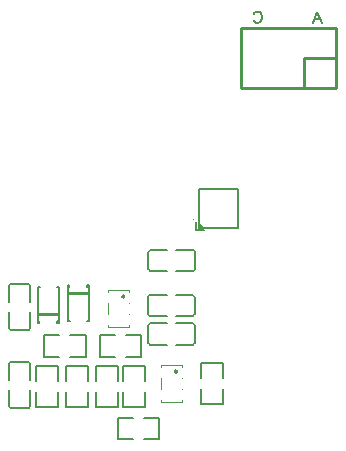
<source format=gbo>
G04 Layer: BottomSilkscreenLayer*
G04 EasyEDA v6.5.51, 2025-09-17 03:24:35*
G04 4f8a5b0b326d43f2b3a6dc604e954ae0,d57bd40a603b42be9e37e0d49851eb9c,10*
G04 Gerber Generator version 0.2*
G04 Scale: 100 percent, Rotated: No, Reflected: No *
G04 Dimensions in millimeters *
G04 leading zeros omitted , absolute positions ,4 integer and 5 decimal *
%FSLAX45Y45*%
%MOMM*%

%ADD10C,0.2032*%
%ADD11C,0.2540*%
%ADD12C,0.1524*%
%ADD13C,0.1520*%
%ADD14C,0.1000*%
%ADD15C,0.0119*%

%LPD*%
D10*
X3475118Y-2652318D02*
G01*
X3479662Y-2643228D01*
X3488753Y-2634137D01*
X3497846Y-2629590D01*
X3516028Y-2629590D01*
X3525118Y-2634137D01*
X3534209Y-2643228D01*
X3538753Y-2652318D01*
X3543300Y-2665953D01*
X3543300Y-2688681D01*
X3538753Y-2702318D01*
X3534209Y-2711409D01*
X3525118Y-2720500D01*
X3516028Y-2725046D01*
X3497846Y-2725046D01*
X3488753Y-2720500D01*
X3479662Y-2711409D01*
X3475118Y-2702318D01*
X4014937Y-2629590D02*
G01*
X4051300Y-2725046D01*
X4014937Y-2629590D02*
G01*
X3978572Y-2725046D01*
X4037662Y-2693228D02*
G01*
X3992209Y-2693228D01*
G36*
X3010357Y-4411624D02*
G01*
X3010357Y-4457242D01*
X3055975Y-4457242D01*
G37*
G36*
X2815640Y-5658662D02*
G01*
X2811830Y-5659272D01*
X2808224Y-5660694D01*
X2805074Y-5662879D01*
X2802432Y-5665724D01*
X2800451Y-5669026D01*
X2799283Y-5672683D01*
X2798876Y-5676544D01*
X2799283Y-5680354D01*
X2799740Y-5682234D01*
X2801366Y-5685739D01*
X2803652Y-5688838D01*
X2806598Y-5691327D01*
X2810002Y-5693156D01*
X2811830Y-5693816D01*
X2815640Y-5694426D01*
X2819501Y-5694222D01*
X2821381Y-5693816D01*
X2824937Y-5692343D01*
X2828137Y-5690158D01*
X2830779Y-5687364D01*
X2832709Y-5684062D01*
X2833928Y-5680354D01*
X2834233Y-5678474D01*
X2834233Y-5674614D01*
X2833420Y-5670854D01*
X2831846Y-5667298D01*
X2829509Y-5664250D01*
X2826613Y-5661710D01*
X2823210Y-5659882D01*
X2819501Y-5658866D01*
G37*
G36*
X2371140Y-5023662D02*
G01*
X2367330Y-5024272D01*
X2363724Y-5025694D01*
X2360574Y-5027879D01*
X2357932Y-5030724D01*
X2355951Y-5034026D01*
X2354783Y-5037683D01*
X2354376Y-5041544D01*
X2354783Y-5045354D01*
X2355240Y-5047234D01*
X2356866Y-5050739D01*
X2359152Y-5053838D01*
X2362098Y-5056327D01*
X2365502Y-5058156D01*
X2367330Y-5058816D01*
X2371140Y-5059426D01*
X2375001Y-5059222D01*
X2376881Y-5058816D01*
X2380437Y-5057343D01*
X2383637Y-5055158D01*
X2386279Y-5052364D01*
X2388209Y-5049062D01*
X2389428Y-5045354D01*
X2389733Y-5043474D01*
X2389733Y-5039614D01*
X2388920Y-5035854D01*
X2387346Y-5032298D01*
X2385009Y-5029250D01*
X2382113Y-5026710D01*
X2378710Y-5024882D01*
X2375001Y-5023866D01*
G37*
D11*
X3367900Y-2768600D02*
G01*
X3367900Y-3276600D01*
X4175899Y-2768600D02*
G01*
X3367900Y-2768600D01*
X4175899Y-3276600D02*
G01*
X3367900Y-3276600D01*
X4175899Y-3021893D02*
G01*
X3898900Y-3021893D01*
X3898900Y-3276600D01*
X4175899Y-2768600D02*
G01*
X4175899Y-3276600D01*
D12*
X3339619Y-4457219D02*
G01*
X3339619Y-4127980D01*
X3010380Y-4127980D01*
X3010380Y-4457219D01*
X3339619Y-4457219D01*
X3055980Y-4480079D02*
G01*
X2987520Y-4480079D01*
X2987520Y-4411619D01*
X1586151Y-4949314D02*
G01*
X1586151Y-5090314D01*
X1405430Y-5090314D02*
G01*
X1405430Y-4949314D01*
X1420670Y-4934074D02*
G01*
X1570911Y-4934074D01*
X1586151Y-5311554D02*
G01*
X1586151Y-5170553D01*
X1405430Y-5170553D02*
G01*
X1405430Y-5311554D01*
X1420670Y-5326794D02*
G01*
X1570911Y-5326794D01*
X1586151Y-5609714D02*
G01*
X1586151Y-5750714D01*
X1405430Y-5750714D02*
G01*
X1405430Y-5609714D01*
X1420670Y-5594474D02*
G01*
X1570911Y-5594474D01*
X1586151Y-5971954D02*
G01*
X1586151Y-5830953D01*
X1405430Y-5830953D02*
G01*
X1405430Y-5971954D01*
X1420670Y-5987194D02*
G01*
X1570911Y-5987194D01*
X2597370Y-5027373D02*
G01*
X2738371Y-5027373D01*
X2738371Y-5208094D02*
G01*
X2597370Y-5208094D01*
X2582130Y-5192854D02*
G01*
X2582130Y-5042613D01*
X2959610Y-5027373D02*
G01*
X2818610Y-5027373D01*
X2818610Y-5208094D02*
G01*
X2959610Y-5208094D01*
X2974850Y-5192854D02*
G01*
X2974850Y-5042613D01*
X2600180Y-4646739D02*
G01*
X2741180Y-4646739D01*
X2741180Y-4827460D02*
G01*
X2600180Y-4827460D01*
X2584940Y-4812220D02*
G01*
X2584940Y-4661979D01*
X2962419Y-4646739D02*
G01*
X2821419Y-4646739D01*
X2821419Y-4827460D02*
G01*
X2962419Y-4827460D01*
X2977659Y-4812220D02*
G01*
X2977659Y-4661979D01*
X2597370Y-5268673D02*
G01*
X2738371Y-5268673D01*
X2738371Y-5449394D02*
G01*
X2597370Y-5449394D01*
X2582130Y-5434154D02*
G01*
X2582130Y-5283913D01*
X2959610Y-5268673D02*
G01*
X2818610Y-5268673D01*
X2818610Y-5449394D02*
G01*
X2959610Y-5449394D01*
X2974850Y-5434154D02*
G01*
X2974850Y-5283913D01*
D13*
X1661576Y-5263034D02*
G01*
X1661576Y-5245651D01*
X1812604Y-5263034D02*
G01*
X1812604Y-5245651D01*
X1812604Y-5263034D02*
G01*
X1823709Y-5263034D01*
X1823709Y-5245651D01*
X1650471Y-5245651D02*
G01*
X1650471Y-5263034D01*
X1661576Y-5263034D01*
X1661576Y-5245651D02*
G01*
X1650471Y-5245651D01*
X1823709Y-5245651D02*
G01*
X1812604Y-5245651D01*
X1823709Y-5187746D02*
G01*
X1650471Y-5187746D01*
D12*
X1823709Y-5202034D02*
G01*
X1650471Y-5202034D01*
X1823709Y-5245651D02*
G01*
X1823709Y-4964417D01*
X1823709Y-4964417D02*
G01*
X1806910Y-4964417D01*
X1650471Y-5245651D02*
G01*
X1650471Y-4964417D01*
X1650471Y-4964417D02*
G01*
X1667271Y-4964417D01*
D13*
X2066604Y-4947033D02*
G01*
X2066604Y-4964417D01*
X1915576Y-4947033D02*
G01*
X1915576Y-4964417D01*
X1915576Y-4947033D02*
G01*
X1904471Y-4947033D01*
X1904471Y-4964417D01*
X2077709Y-4964417D02*
G01*
X2077709Y-4947033D01*
X2066604Y-4947033D01*
X2066604Y-4964417D02*
G01*
X2077709Y-4964417D01*
X1904471Y-4964417D02*
G01*
X1915576Y-4964417D01*
X1904471Y-5022321D02*
G01*
X2077709Y-5022321D01*
D12*
X1904471Y-5008034D02*
G01*
X2077709Y-5008034D01*
X1904471Y-4964417D02*
G01*
X1904471Y-5245651D01*
X1904471Y-5245651D02*
G01*
X1921271Y-5245651D01*
X2077709Y-4964417D02*
G01*
X2077709Y-5245651D01*
X2077709Y-5245651D02*
G01*
X2060910Y-5245651D01*
X2324100Y-5851154D02*
G01*
X2324100Y-5979647D01*
X2140681Y-5979647D01*
X2140681Y-5851154D01*
X2324100Y-5755914D02*
G01*
X2324100Y-5627420D01*
X2140681Y-5627420D01*
X2140681Y-5755914D01*
X3213100Y-5825754D02*
G01*
X3213100Y-5954247D01*
X3029681Y-5954247D01*
X3029681Y-5825754D01*
X3213100Y-5730514D02*
G01*
X3213100Y-5602020D01*
X3029681Y-5602020D01*
X3029681Y-5730514D01*
X2369281Y-5755914D02*
G01*
X2369281Y-5627420D01*
X2552700Y-5627420D01*
X2552700Y-5755914D01*
X2369281Y-5851154D02*
G01*
X2369281Y-5979647D01*
X2552700Y-5979647D01*
X2552700Y-5851154D01*
X1886681Y-5755914D02*
G01*
X1886681Y-5627420D01*
X2070100Y-5627420D01*
X2070100Y-5755914D01*
X1886681Y-5851154D02*
G01*
X1886681Y-5979647D01*
X2070100Y-5979647D01*
X2070100Y-5851154D01*
X1632681Y-5755914D02*
G01*
X1632681Y-5627420D01*
X1816100Y-5627420D01*
X1816100Y-5755914D01*
X1632681Y-5851154D02*
G01*
X1632681Y-5979647D01*
X1816100Y-5979647D01*
X1816100Y-5851154D01*
X2451470Y-6250843D02*
G01*
X2322977Y-6250843D01*
X2322977Y-6067425D01*
X2451470Y-6067425D01*
X2546710Y-6250843D02*
G01*
X2675204Y-6250843D01*
X2675204Y-6067425D01*
X2546710Y-6067425D01*
X2394310Y-5368925D02*
G01*
X2522804Y-5368925D01*
X2522804Y-5552343D01*
X2394310Y-5552343D01*
X2299070Y-5368925D02*
G01*
X2170577Y-5368925D01*
X2170577Y-5552343D01*
X2299070Y-5552343D01*
X1924410Y-5368925D02*
G01*
X2052904Y-5368925D01*
X2052904Y-5552343D01*
X1924410Y-5552343D01*
X1829170Y-5368925D02*
G01*
X1700677Y-5368925D01*
X1700677Y-5552343D01*
X1829170Y-5552343D01*
D14*
X2868488Y-5637723D02*
G01*
X2868488Y-5623128D01*
X2868488Y-5732721D02*
G01*
X2868488Y-5728553D01*
X2868488Y-5827715D02*
G01*
X2868488Y-5823549D01*
X2868488Y-5933130D02*
G01*
X2868488Y-5918545D01*
X2688485Y-5637723D02*
G01*
X2688485Y-5623128D01*
X2688485Y-5827715D02*
G01*
X2688485Y-5728550D01*
X2688485Y-5933130D02*
G01*
X2688485Y-5918542D01*
X2688485Y-5933130D02*
G01*
X2868488Y-5933130D01*
X2688485Y-5623128D02*
G01*
X2868488Y-5623128D01*
X2423988Y-5002723D02*
G01*
X2423988Y-4988128D01*
X2423988Y-5097721D02*
G01*
X2423988Y-5093553D01*
X2423988Y-5192715D02*
G01*
X2423988Y-5188549D01*
X2423988Y-5298130D02*
G01*
X2423988Y-5283545D01*
X2243985Y-5002723D02*
G01*
X2243985Y-4988128D01*
X2243985Y-5192715D02*
G01*
X2243985Y-5093550D01*
X2243985Y-5298130D02*
G01*
X2243985Y-5283542D01*
X2243985Y-5298130D02*
G01*
X2423988Y-5298130D01*
X2243985Y-4988128D02*
G01*
X2423988Y-4988128D01*
D12*
G75*
G01*
X1405430Y-4949314D02*
G02*
X1420670Y-4934074I15240J0D01*
G75*
G01*
X1570911Y-4934074D02*
G02*
X1586151Y-4949314I0J-15240D01*
G75*
G01*
X1405430Y-5311554D02*
G03*
X1420670Y-5326794I15240J0D01*
G75*
G01*
X1570911Y-5326794D02*
G03*
X1586151Y-5311554I0J15240D01*
G75*
G01*
X1405430Y-5609714D02*
G02*
X1420670Y-5594474I15240J0D01*
G75*
G01*
X1570911Y-5594474D02*
G02*
X1586151Y-5609714I0J-15240D01*
G75*
G01*
X1405430Y-5971954D02*
G03*
X1420670Y-5987194I15240J0D01*
G75*
G01*
X1570911Y-5987194D02*
G03*
X1586151Y-5971954I0J15240D01*
G75*
G01*
X2597371Y-5208095D02*
G02*
X2582131Y-5192855I0J15240D01*
G75*
G01*
X2582131Y-5042614D02*
G02*
X2597371Y-5027374I15240J0D01*
G75*
G01*
X2959611Y-5208095D02*
G03*
X2974851Y-5192855I0J15240D01*
G75*
G01*
X2974851Y-5042614D02*
G03*
X2959611Y-5027374I-15240J0D01*
G75*
G01*
X2600180Y-4827460D02*
G02*
X2584940Y-4812220I0J15240D01*
G75*
G01*
X2584940Y-4661980D02*
G02*
X2600180Y-4646740I15240J0D01*
G75*
G01*
X2962420Y-4827460D02*
G03*
X2977660Y-4812220I0J15240D01*
G75*
G01*
X2977660Y-4661980D02*
G03*
X2962420Y-4646740I-15240J0D01*
G75*
G01*
X2597371Y-5449395D02*
G02*
X2582131Y-5434155I0J15240D01*
G75*
G01*
X2582131Y-5283914D02*
G02*
X2597371Y-5268674I15240J0D01*
G75*
G01*
X2959611Y-5449395D02*
G03*
X2974851Y-5434155I0J15240D01*
G75*
G01*
X2974851Y-5283914D02*
G03*
X2959611Y-5268674I-15240J0D01*
D14*
G75*
G01
X2965374Y-4392600D02*
G03X2965374Y-4392600I-5004J0D01*
M02*

</source>
